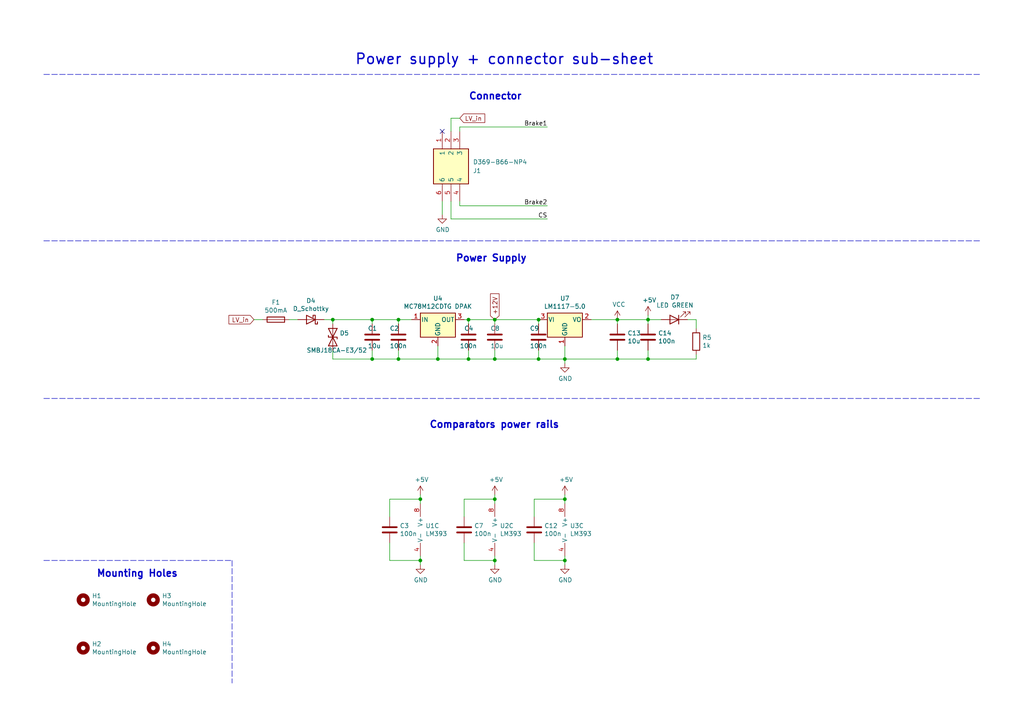
<source format=kicad_sch>
(kicad_sch (version 20230121) (generator eeschema)

  (uuid 183fdd04-d5b4-4d3d-b76f-fdf26fe07e64)

  (paper "A4")

  (lib_symbols
    (symbol "Comparator:LM393" (pin_names (offset 0.127)) (in_bom yes) (on_board yes)
      (property "Reference" "U" (at 3.81 3.81 0)
        (effects (font (size 1.27 1.27)))
      )
      (property "Value" "LM393" (at 6.35 -3.81 0)
        (effects (font (size 1.27 1.27)))
      )
      (property "Footprint" "" (at 0 0 0)
        (effects (font (size 1.27 1.27)) hide)
      )
      (property "Datasheet" "http://www.ti.com/lit/ds/symlink/lm393.pdf" (at 0 0 0)
        (effects (font (size 1.27 1.27)) hide)
      )
      (property "ki_locked" "" (at 0 0 0)
        (effects (font (size 1.27 1.27)))
      )
      (property "ki_keywords" "cmp open collector" (at 0 0 0)
        (effects (font (size 1.27 1.27)) hide)
      )
      (property "ki_description" "Low-Power, Low-Offset Voltage, Dual Comparators, DIP-8/SOIC-8/TO-99-8" (at 0 0 0)
        (effects (font (size 1.27 1.27)) hide)
      )
      (property "ki_fp_filters" "SOIC*3.9x4.9mm*P1.27mm* DIP*W7.62mm* SOP*5.28x5.23mm*P1.27mm* VSSOP*3.0x3.0mm*P0.65mm* TSSOP*4.4x3mm*P0.65mm*" (at 0 0 0)
        (effects (font (size 1.27 1.27)) hide)
      )
      (symbol "LM393_1_1"
        (polyline
          (pts
            (xy -5.08 5.08)
            (xy 5.08 0)
            (xy -5.08 -5.08)
            (xy -5.08 5.08)
          )
          (stroke (width 0.254) (type default))
          (fill (type background))
        )
        (polyline
          (pts
            (xy 3.302 -0.508)
            (xy 2.794 -0.508)
            (xy 3.302 0)
            (xy 2.794 0.508)
            (xy 2.286 0)
            (xy 2.794 -0.508)
            (xy 2.286 -0.508)
          )
          (stroke (width 0.127) (type default))
          (fill (type none))
        )
        (pin open_collector line (at 7.62 0 180) (length 2.54)
          (name "~" (effects (font (size 1.27 1.27))))
          (number "1" (effects (font (size 1.27 1.27))))
        )
        (pin input line (at -7.62 -2.54 0) (length 2.54)
          (name "-" (effects (font (size 1.27 1.27))))
          (number "2" (effects (font (size 1.27 1.27))))
        )
        (pin input line (at -7.62 2.54 0) (length 2.54)
          (name "+" (effects (font (size 1.27 1.27))))
          (number "3" (effects (font (size 1.27 1.27))))
        )
      )
      (symbol "LM393_2_1"
        (polyline
          (pts
            (xy -5.08 5.08)
            (xy 5.08 0)
            (xy -5.08 -5.08)
            (xy -5.08 5.08)
          )
          (stroke (width 0.254) (type default))
          (fill (type background))
        )
        (polyline
          (pts
            (xy 3.302 -0.508)
            (xy 2.794 -0.508)
            (xy 3.302 0)
            (xy 2.794 0.508)
            (xy 2.286 0)
            (xy 2.794 -0.508)
            (xy 2.286 -0.508)
          )
          (stroke (width 0.127) (type default))
          (fill (type none))
        )
        (pin input line (at -7.62 2.54 0) (length 2.54)
          (name "+" (effects (font (size 1.27 1.27))))
          (number "5" (effects (font (size 1.27 1.27))))
        )
        (pin input line (at -7.62 -2.54 0) (length 2.54)
          (name "-" (effects (font (size 1.27 1.27))))
          (number "6" (effects (font (size 1.27 1.27))))
        )
        (pin open_collector line (at 7.62 0 180) (length 2.54)
          (name "~" (effects (font (size 1.27 1.27))))
          (number "7" (effects (font (size 1.27 1.27))))
        )
      )
      (symbol "LM393_3_1"
        (pin power_in line (at -2.54 -7.62 90) (length 3.81)
          (name "V-" (effects (font (size 1.27 1.27))))
          (number "4" (effects (font (size 1.27 1.27))))
        )
        (pin power_in line (at -2.54 7.62 270) (length 3.81)
          (name "V+" (effects (font (size 1.27 1.27))))
          (number "8" (effects (font (size 1.27 1.27))))
        )
      )
    )
    (symbol "D369-B66-NP4:D369-B66-NP4" (in_bom yes) (on_board yes)
      (property "Reference" "J" (at 16.51 7.62 0)
        (effects (font (size 1.27 1.27)) (justify left top))
      )
      (property "Value" "D369-B66-NP4" (at 16.51 5.08 0)
        (effects (font (size 1.27 1.27)) (justify left top))
      )
      (property "Footprint" "D369B66NP4" (at 16.51 -94.92 0)
        (effects (font (size 1.27 1.27)) (justify left top) hide)
      )
      (property "Datasheet" "https://www.te.com/commerce/DocumentDelivery/DDEController?Action=showdoc&DocId=Customer+Drawing%7FD612229-6P-ENV%7FAD%7Fpdf%7FEnglish%7FENG_CD_D612229-6P-ENV_AD.pdf%7FYD369-B66-NP400000" (at 16.51 -194.92 0)
        (effects (font (size 1.27 1.27)) (justify left top) hide)
      )
      (property "Height" "14.2" (at 16.51 -394.92 0)
        (effects (font (size 1.27 1.27)) (justify left top) hide)
      )
      (property "Mouser Part Number" "571-D369-B66-NP4" (at 16.51 -494.92 0)
        (effects (font (size 1.27 1.27)) (justify left top) hide)
      )
      (property "Mouser Price/Stock" "https://www.mouser.co.uk/ProductDetail/TE-Connectivity-DEUTSCH/D369-B66-NP4?qs=5aG0NVq1C4xhhVKHroTvyw%3D%3D" (at 16.51 -594.92 0)
        (effects (font (size 1.27 1.27)) (justify left top) hide)
      )
      (property "Manufacturer_Name" "TE Connectivity" (at 16.51 -694.92 0)
        (effects (font (size 1.27 1.27)) (justify left top) hide)
      )
      (property "Manufacturer_Part_Number" "D369-B66-NP4" (at 16.51 -794.92 0)
        (effects (font (size 1.27 1.27)) (justify left top) hide)
      )
      (property "ki_description" "Rectangular MIL Spec Connectors 369 Panel PCB RCPT 6-Way, N-Key, Pin" (at 0 0 0)
        (effects (font (size 1.27 1.27)) hide)
      )
      (symbol "D369-B66-NP4_1_1"
        (rectangle (start 5.08 2.54) (end 15.24 -7.62)
          (stroke (width 0.254) (type default))
          (fill (type background))
        )
        (pin passive line (at 0 -5.08 0) (length 5.08)
          (name "1" (effects (font (size 1.27 1.27))))
          (number "1" (effects (font (size 1.27 1.27))))
        )
        (pin passive line (at 0 -2.54 0) (length 5.08)
          (name "2" (effects (font (size 1.27 1.27))))
          (number "2" (effects (font (size 1.27 1.27))))
        )
        (pin passive line (at 0 0 0) (length 5.08)
          (name "3" (effects (font (size 1.27 1.27))))
          (number "3" (effects (font (size 1.27 1.27))))
        )
        (pin passive line (at 20.32 0 180) (length 5.08)
          (name "4" (effects (font (size 1.27 1.27))))
          (number "4" (effects (font (size 1.27 1.27))))
        )
        (pin passive line (at 20.32 -2.54 180) (length 5.08)
          (name "5" (effects (font (size 1.27 1.27))))
          (number "5" (effects (font (size 1.27 1.27))))
        )
        (pin passive line (at 20.32 -5.08 180) (length 5.08)
          (name "6" (effects (font (size 1.27 1.27))))
          (number "6" (effects (font (size 1.27 1.27))))
        )
      )
    )
    (symbol "Device:C" (pin_numbers hide) (pin_names (offset 0.254)) (in_bom yes) (on_board yes)
      (property "Reference" "C" (at 0.635 2.54 0)
        (effects (font (size 1.27 1.27)) (justify left))
      )
      (property "Value" "C" (at 0.635 -2.54 0)
        (effects (font (size 1.27 1.27)) (justify left))
      )
      (property "Footprint" "" (at 0.9652 -3.81 0)
        (effects (font (size 1.27 1.27)) hide)
      )
      (property "Datasheet" "~" (at 0 0 0)
        (effects (font (size 1.27 1.27)) hide)
      )
      (property "ki_keywords" "cap capacitor" (at 0 0 0)
        (effects (font (size 1.27 1.27)) hide)
      )
      (property "ki_description" "Unpolarized capacitor" (at 0 0 0)
        (effects (font (size 1.27 1.27)) hide)
      )
      (property "ki_fp_filters" "C_*" (at 0 0 0)
        (effects (font (size 1.27 1.27)) hide)
      )
      (symbol "C_0_1"
        (polyline
          (pts
            (xy -2.032 -0.762)
            (xy 2.032 -0.762)
          )
          (stroke (width 0.508) (type default))
          (fill (type none))
        )
        (polyline
          (pts
            (xy -2.032 0.762)
            (xy 2.032 0.762)
          )
          (stroke (width 0.508) (type default))
          (fill (type none))
        )
      )
      (symbol "C_1_1"
        (pin passive line (at 0 3.81 270) (length 2.794)
          (name "~" (effects (font (size 1.27 1.27))))
          (number "1" (effects (font (size 1.27 1.27))))
        )
        (pin passive line (at 0 -3.81 90) (length 2.794)
          (name "~" (effects (font (size 1.27 1.27))))
          (number "2" (effects (font (size 1.27 1.27))))
        )
      )
    )
    (symbol "Device:D_Schottky" (pin_numbers hide) (pin_names (offset 1.016) hide) (in_bom yes) (on_board yes)
      (property "Reference" "D" (at 0 2.54 0)
        (effects (font (size 1.27 1.27)))
      )
      (property "Value" "D_Schottky" (at 0 -2.54 0)
        (effects (font (size 1.27 1.27)))
      )
      (property "Footprint" "" (at 0 0 0)
        (effects (font (size 1.27 1.27)) hide)
      )
      (property "Datasheet" "~" (at 0 0 0)
        (effects (font (size 1.27 1.27)) hide)
      )
      (property "ki_keywords" "diode Schottky" (at 0 0 0)
        (effects (font (size 1.27 1.27)) hide)
      )
      (property "ki_description" "Schottky diode" (at 0 0 0)
        (effects (font (size 1.27 1.27)) hide)
      )
      (property "ki_fp_filters" "TO-???* *_Diode_* *SingleDiode* D_*" (at 0 0 0)
        (effects (font (size 1.27 1.27)) hide)
      )
      (symbol "D_Schottky_0_1"
        (polyline
          (pts
            (xy 1.27 0)
            (xy -1.27 0)
          )
          (stroke (width 0) (type default))
          (fill (type none))
        )
        (polyline
          (pts
            (xy 1.27 1.27)
            (xy 1.27 -1.27)
            (xy -1.27 0)
            (xy 1.27 1.27)
          )
          (stroke (width 0.254) (type default))
          (fill (type none))
        )
        (polyline
          (pts
            (xy -1.905 0.635)
            (xy -1.905 1.27)
            (xy -1.27 1.27)
            (xy -1.27 -1.27)
            (xy -0.635 -1.27)
            (xy -0.635 -0.635)
          )
          (stroke (width 0.254) (type default))
          (fill (type none))
        )
      )
      (symbol "D_Schottky_1_1"
        (pin passive line (at -3.81 0 0) (length 2.54)
          (name "K" (effects (font (size 1.27 1.27))))
          (number "1" (effects (font (size 1.27 1.27))))
        )
        (pin passive line (at 3.81 0 180) (length 2.54)
          (name "A" (effects (font (size 1.27 1.27))))
          (number "2" (effects (font (size 1.27 1.27))))
        )
      )
    )
    (symbol "Device:D_TVS" (pin_numbers hide) (pin_names (offset 1.016) hide) (in_bom yes) (on_board yes)
      (property "Reference" "D" (at 0 2.54 0)
        (effects (font (size 1.27 1.27)))
      )
      (property "Value" "D_TVS" (at 0 -2.54 0)
        (effects (font (size 1.27 1.27)))
      )
      (property "Footprint" "" (at 0 0 0)
        (effects (font (size 1.27 1.27)) hide)
      )
      (property "Datasheet" "~" (at 0 0 0)
        (effects (font (size 1.27 1.27)) hide)
      )
      (property "ki_keywords" "diode TVS thyrector" (at 0 0 0)
        (effects (font (size 1.27 1.27)) hide)
      )
      (property "ki_description" "Bidirectional transient-voltage-suppression diode" (at 0 0 0)
        (effects (font (size 1.27 1.27)) hide)
      )
      (property "ki_fp_filters" "TO-???* *_Diode_* *SingleDiode* D_*" (at 0 0 0)
        (effects (font (size 1.27 1.27)) hide)
      )
      (symbol "D_TVS_0_1"
        (polyline
          (pts
            (xy 1.27 0)
            (xy -1.27 0)
          )
          (stroke (width 0) (type default))
          (fill (type none))
        )
        (polyline
          (pts
            (xy 0.508 1.27)
            (xy 0 1.27)
            (xy 0 -1.27)
            (xy -0.508 -1.27)
          )
          (stroke (width 0.254) (type default))
          (fill (type none))
        )
        (polyline
          (pts
            (xy -2.54 1.27)
            (xy -2.54 -1.27)
            (xy 2.54 1.27)
            (xy 2.54 -1.27)
            (xy -2.54 1.27)
          )
          (stroke (width 0.254) (type default))
          (fill (type none))
        )
      )
      (symbol "D_TVS_1_1"
        (pin passive line (at -3.81 0 0) (length 2.54)
          (name "A1" (effects (font (size 1.27 1.27))))
          (number "1" (effects (font (size 1.27 1.27))))
        )
        (pin passive line (at 3.81 0 180) (length 2.54)
          (name "A2" (effects (font (size 1.27 1.27))))
          (number "2" (effects (font (size 1.27 1.27))))
        )
      )
    )
    (symbol "Device:Fuse" (pin_numbers hide) (pin_names (offset 0)) (in_bom yes) (on_board yes)
      (property "Reference" "F" (at 2.032 0 90)
        (effects (font (size 1.27 1.27)))
      )
      (property "Value" "Fuse" (at -1.905 0 90)
        (effects (font (size 1.27 1.27)))
      )
      (property "Footprint" "" (at -1.778 0 90)
        (effects (font (size 1.27 1.27)) hide)
      )
      (property "Datasheet" "~" (at 0 0 0)
        (effects (font (size 1.27 1.27)) hide)
      )
      (property "ki_keywords" "fuse" (at 0 0 0)
        (effects (font (size 1.27 1.27)) hide)
      )
      (property "ki_description" "Fuse" (at 0 0 0)
        (effects (font (size 1.27 1.27)) hide)
      )
      (property "ki_fp_filters" "*Fuse*" (at 0 0 0)
        (effects (font (size 1.27 1.27)) hide)
      )
      (symbol "Fuse_0_1"
        (rectangle (start -0.762 -2.54) (end 0.762 2.54)
          (stroke (width 0.254) (type default))
          (fill (type none))
        )
        (polyline
          (pts
            (xy 0 2.54)
            (xy 0 -2.54)
          )
          (stroke (width 0) (type default))
          (fill (type none))
        )
      )
      (symbol "Fuse_1_1"
        (pin passive line (at 0 3.81 270) (length 1.27)
          (name "~" (effects (font (size 1.27 1.27))))
          (number "1" (effects (font (size 1.27 1.27))))
        )
        (pin passive line (at 0 -3.81 90) (length 1.27)
          (name "~" (effects (font (size 1.27 1.27))))
          (number "2" (effects (font (size 1.27 1.27))))
        )
      )
    )
    (symbol "Device:LED" (pin_numbers hide) (pin_names (offset 1.016) hide) (in_bom yes) (on_board yes)
      (property "Reference" "D" (at 0 2.54 0)
        (effects (font (size 1.27 1.27)))
      )
      (property "Value" "LED" (at 0 -2.54 0)
        (effects (font (size 1.27 1.27)))
      )
      (property "Footprint" "" (at 0 0 0)
        (effects (font (size 1.27 1.27)) hide)
      )
      (property "Datasheet" "~" (at 0 0 0)
        (effects (font (size 1.27 1.27)) hide)
      )
      (property "ki_keywords" "LED diode" (at 0 0 0)
        (effects (font (size 1.27 1.27)) hide)
      )
      (property "ki_description" "Light emitting diode" (at 0 0 0)
        (effects (font (size 1.27 1.27)) hide)
      )
      (property "ki_fp_filters" "LED* LED_SMD:* LED_THT:*" (at 0 0 0)
        (effects (font (size 1.27 1.27)) hide)
      )
      (symbol "LED_0_1"
        (polyline
          (pts
            (xy -1.27 -1.27)
            (xy -1.27 1.27)
          )
          (stroke (width 0.254) (type default))
          (fill (type none))
        )
        (polyline
          (pts
            (xy -1.27 0)
            (xy 1.27 0)
          )
          (stroke (width 0) (type default))
          (fill (type none))
        )
        (polyline
          (pts
            (xy 1.27 -1.27)
            (xy 1.27 1.27)
            (xy -1.27 0)
            (xy 1.27 -1.27)
          )
          (stroke (width 0.254) (type default))
          (fill (type none))
        )
        (polyline
          (pts
            (xy -3.048 -0.762)
            (xy -4.572 -2.286)
            (xy -3.81 -2.286)
            (xy -4.572 -2.286)
            (xy -4.572 -1.524)
          )
          (stroke (width 0) (type default))
          (fill (type none))
        )
        (polyline
          (pts
            (xy -1.778 -0.762)
            (xy -3.302 -2.286)
            (xy -2.54 -2.286)
            (xy -3.302 -2.286)
            (xy -3.302 -1.524)
          )
          (stroke (width 0) (type default))
          (fill (type none))
        )
      )
      (symbol "LED_1_1"
        (pin passive line (at -3.81 0 0) (length 2.54)
          (name "K" (effects (font (size 1.27 1.27))))
          (number "1" (effects (font (size 1.27 1.27))))
        )
        (pin passive line (at 3.81 0 180) (length 2.54)
          (name "A" (effects (font (size 1.27 1.27))))
          (number "2" (effects (font (size 1.27 1.27))))
        )
      )
    )
    (symbol "Device:R" (pin_numbers hide) (pin_names (offset 0)) (in_bom yes) (on_board yes)
      (property "Reference" "R" (at 2.032 0 90)
        (effects (font (size 1.27 1.27)))
      )
      (property "Value" "R" (at 0 0 90)
        (effects (font (size 1.27 1.27)))
      )
      (property "Footprint" "" (at -1.778 0 90)
        (effects (font (size 1.27 1.27)) hide)
      )
      (property "Datasheet" "~" (at 0 0 0)
        (effects (font (size 1.27 1.27)) hide)
      )
      (property "ki_keywords" "R res resistor" (at 0 0 0)
        (effects (font (size 1.27 1.27)) hide)
      )
      (property "ki_description" "Resistor" (at 0 0 0)
        (effects (font (size 1.27 1.27)) hide)
      )
      (property "ki_fp_filters" "R_*" (at 0 0 0)
        (effects (font (size 1.27 1.27)) hide)
      )
      (symbol "R_0_1"
        (rectangle (start -1.016 -2.54) (end 1.016 2.54)
          (stroke (width 0.254) (type default))
          (fill (type none))
        )
      )
      (symbol "R_1_1"
        (pin passive line (at 0 3.81 270) (length 1.27)
          (name "~" (effects (font (size 1.27 1.27))))
          (number "1" (effects (font (size 1.27 1.27))))
        )
        (pin passive line (at 0 -3.81 90) (length 1.27)
          (name "~" (effects (font (size 1.27 1.27))))
          (number "2" (effects (font (size 1.27 1.27))))
        )
      )
    )
    (symbol "Mechanical:MountingHole" (pin_names (offset 1.016)) (in_bom yes) (on_board yes)
      (property "Reference" "H" (at 0 5.08 0)
        (effects (font (size 1.27 1.27)))
      )
      (property "Value" "MountingHole" (at 0 3.175 0)
        (effects (font (size 1.27 1.27)))
      )
      (property "Footprint" "" (at 0 0 0)
        (effects (font (size 1.27 1.27)) hide)
      )
      (property "Datasheet" "~" (at 0 0 0)
        (effects (font (size 1.27 1.27)) hide)
      )
      (property "ki_keywords" "mounting hole" (at 0 0 0)
        (effects (font (size 1.27 1.27)) hide)
      )
      (property "ki_description" "Mounting Hole without connection" (at 0 0 0)
        (effects (font (size 1.27 1.27)) hide)
      )
      (property "ki_fp_filters" "MountingHole*" (at 0 0 0)
        (effects (font (size 1.27 1.27)) hide)
      )
      (symbol "MountingHole_0_1"
        (circle (center 0 0) (radius 1.27)
          (stroke (width 1.27) (type default))
          (fill (type none))
        )
      )
    )
    (symbol "Regulator_Linear:L7812" (pin_names (offset 0.254)) (in_bom yes) (on_board yes)
      (property "Reference" "U" (at -3.81 3.175 0)
        (effects (font (size 1.27 1.27)))
      )
      (property "Value" "L7812" (at 0 3.175 0)
        (effects (font (size 1.27 1.27)) (justify left))
      )
      (property "Footprint" "" (at 0.635 -3.81 0)
        (effects (font (size 1.27 1.27) italic) (justify left) hide)
      )
      (property "Datasheet" "http://www.st.com/content/ccc/resource/technical/document/datasheet/41/4f/b3/b0/12/d4/47/88/CD00000444.pdf/files/CD00000444.pdf/jcr:content/translations/en.CD00000444.pdf" (at 0 -1.27 0)
        (effects (font (size 1.27 1.27)) hide)
      )
      (property "ki_keywords" "Voltage Regulator 1.5A Positive" (at 0 0 0)
        (effects (font (size 1.27 1.27)) hide)
      )
      (property "ki_description" "Positive 1.5A 35V Linear Regulator, Fixed Output 12V, TO-220/TO-263/TO-252" (at 0 0 0)
        (effects (font (size 1.27 1.27)) hide)
      )
      (property "ki_fp_filters" "TO?252* TO?263* TO?220*" (at 0 0 0)
        (effects (font (size 1.27 1.27)) hide)
      )
      (symbol "L7812_0_1"
        (rectangle (start -5.08 1.905) (end 5.08 -5.08)
          (stroke (width 0.254) (type default))
          (fill (type background))
        )
      )
      (symbol "L7812_1_1"
        (pin power_in line (at -7.62 0 0) (length 2.54)
          (name "IN" (effects (font (size 1.27 1.27))))
          (number "1" (effects (font (size 1.27 1.27))))
        )
        (pin power_in line (at 0 -7.62 90) (length 2.54)
          (name "GND" (effects (font (size 1.27 1.27))))
          (number "2" (effects (font (size 1.27 1.27))))
        )
        (pin power_out line (at 7.62 0 180) (length 2.54)
          (name "OUT" (effects (font (size 1.27 1.27))))
          (number "3" (effects (font (size 1.27 1.27))))
        )
      )
    )
    (symbol "Regulator_Linear:LM1117-5.0" (pin_names (offset 0.254)) (in_bom yes) (on_board yes)
      (property "Reference" "U" (at -3.81 3.175 0)
        (effects (font (size 1.27 1.27)))
      )
      (property "Value" "Regulator_Linear_LM1117-5.0" (at 0 3.175 0)
        (effects (font (size 1.27 1.27)) (justify left))
      )
      (property "Footprint" "" (at 0 0 0)
        (effects (font (size 1.27 1.27)) hide)
      )
      (property "Datasheet" "" (at 0 0 0)
        (effects (font (size 1.27 1.27)) hide)
      )
      (property "ki_fp_filters" "SOT?223* TO?263* TO?252* TO?220*" (at 0 0 0)
        (effects (font (size 1.27 1.27)) hide)
      )
      (symbol "LM1117-5.0_0_1"
        (rectangle (start -5.08 -5.08) (end 5.08 1.905)
          (stroke (width 0.254) (type solid))
          (fill (type background))
        )
      )
      (symbol "LM1117-5.0_1_1"
        (pin power_in line (at 0 -7.62 90) (length 2.54)
          (name "GND" (effects (font (size 1.27 1.27))))
          (number "1" (effects (font (size 1.27 1.27))))
        )
        (pin power_out line (at 7.62 0 180) (length 2.54)
          (name "VO" (effects (font (size 1.27 1.27))))
          (number "2" (effects (font (size 1.27 1.27))))
        )
        (pin power_in line (at -7.62 0 0) (length 2.54)
          (name "VI" (effects (font (size 1.27 1.27))))
          (number "3" (effects (font (size 1.27 1.27))))
        )
      )
    )
    (symbol "power:+5V" (power) (pin_names (offset 0)) (in_bom yes) (on_board yes)
      (property "Reference" "#PWR" (at 0 -3.81 0)
        (effects (font (size 1.27 1.27)) hide)
      )
      (property "Value" "+5V" (at 0 3.556 0)
        (effects (font (size 1.27 1.27)))
      )
      (property "Footprint" "" (at 0 0 0)
        (effects (font (size 1.27 1.27)) hide)
      )
      (property "Datasheet" "" (at 0 0 0)
        (effects (font (size 1.27 1.27)) hide)
      )
      (property "ki_keywords" "global power" (at 0 0 0)
        (effects (font (size 1.27 1.27)) hide)
      )
      (property "ki_description" "Power symbol creates a global label with name \"+5V\"" (at 0 0 0)
        (effects (font (size 1.27 1.27)) hide)
      )
      (symbol "+5V_0_1"
        (polyline
          (pts
            (xy -0.762 1.27)
            (xy 0 2.54)
          )
          (stroke (width 0) (type default))
          (fill (type none))
        )
        (polyline
          (pts
            (xy 0 0)
            (xy 0 2.54)
          )
          (stroke (width 0) (type default))
          (fill (type none))
        )
        (polyline
          (pts
            (xy 0 2.54)
            (xy 0.762 1.27)
          )
          (stroke (width 0) (type default))
          (fill (type none))
        )
      )
      (symbol "+5V_1_1"
        (pin power_in line (at 0 0 90) (length 0) hide
          (name "+5V" (effects (font (size 1.27 1.27))))
          (number "1" (effects (font (size 1.27 1.27))))
        )
      )
    )
    (symbol "power:GND" (power) (pin_names (offset 0)) (in_bom yes) (on_board yes)
      (property "Reference" "#PWR" (at 0 -6.35 0)
        (effects (font (size 1.27 1.27)) hide)
      )
      (property "Value" "GND" (at 0 -3.81 0)
        (effects (font (size 1.27 1.27)))
      )
      (property "Footprint" "" (at 0 0 0)
        (effects (font (size 1.27 1.27)) hide)
      )
      (property "Datasheet" "" (at 0 0 0)
        (effects (font (size 1.27 1.27)) hide)
      )
      (property "ki_keywords" "global power" (at 0 0 0)
        (effects (font (size 1.27 1.27)) hide)
      )
      (property "ki_description" "Power symbol creates a global label with name \"GND\" , ground" (at 0 0 0)
        (effects (font (size 1.27 1.27)) hide)
      )
      (symbol "GND_0_1"
        (polyline
          (pts
            (xy 0 0)
            (xy 0 -1.27)
            (xy 1.27 -1.27)
            (xy 0 -2.54)
            (xy -1.27 -1.27)
            (xy 0 -1.27)
          )
          (stroke (width 0) (type default))
          (fill (type none))
        )
      )
      (symbol "GND_1_1"
        (pin power_in line (at 0 0 270) (length 0) hide
          (name "GND" (effects (font (size 1.27 1.27))))
          (number "1" (effects (font (size 1.27 1.27))))
        )
      )
    )
    (symbol "power:VCC" (power) (pin_names (offset 0)) (in_bom yes) (on_board yes)
      (property "Reference" "#PWR" (at 0 -3.81 0)
        (effects (font (size 1.27 1.27)) hide)
      )
      (property "Value" "VCC" (at 0 3.81 0)
        (effects (font (size 1.27 1.27)))
      )
      (property "Footprint" "" (at 0 0 0)
        (effects (font (size 1.27 1.27)) hide)
      )
      (property "Datasheet" "" (at 0 0 0)
        (effects (font (size 1.27 1.27)) hide)
      )
      (property "ki_keywords" "global power" (at 0 0 0)
        (effects (font (size 1.27 1.27)) hide)
      )
      (property "ki_description" "Power symbol creates a global label with name \"VCC\"" (at 0 0 0)
        (effects (font (size 1.27 1.27)) hide)
      )
      (symbol "VCC_0_1"
        (polyline
          (pts
            (xy -0.762 1.27)
            (xy 0 2.54)
          )
          (stroke (width 0) (type default))
          (fill (type none))
        )
        (polyline
          (pts
            (xy 0 0)
            (xy 0 2.54)
          )
          (stroke (width 0) (type default))
          (fill (type none))
        )
        (polyline
          (pts
            (xy 0 2.54)
            (xy 0.762 1.27)
          )
          (stroke (width 0) (type default))
          (fill (type none))
        )
      )
      (symbol "VCC_1_1"
        (pin power_in line (at 0 0 90) (length 0) hide
          (name "VCC" (effects (font (size 1.27 1.27))))
          (number "1" (effects (font (size 1.27 1.27))))
        )
      )
    )
  )

  (junction (at 143.51 162.56) (diameter 0) (color 0 0 0 0)
    (uuid 0d97167e-2481-48a4-b389-8882f0b58451)
  )
  (junction (at 163.83 144.78) (diameter 0) (color 0 0 0 0)
    (uuid 1eb43d7c-0cbb-4fc4-bb11-9e56a72fd320)
  )
  (junction (at 127 104.14) (diameter 0) (color 0 0 0 0)
    (uuid 20a0c38e-36d1-4310-8519-3be36f016f53)
  )
  (junction (at 143.51 104.14) (diameter 0) (color 0 0 0 0)
    (uuid 2d488a32-9bf7-4159-9a02-f06fce5149ff)
  )
  (junction (at 115.57 92.71) (diameter 0) (color 0 0 0 0)
    (uuid 3916c1e6-74f9-4057-a293-63f3fcefb58f)
  )
  (junction (at 143.51 144.78) (diameter 0) (color 0 0 0 0)
    (uuid 471644d9-7fda-414e-8576-f94cd8267674)
  )
  (junction (at 187.96 104.14) (diameter 0) (color 0 0 0 0)
    (uuid 498cd3f5-9897-4b28-9d66-4118a544d002)
  )
  (junction (at 143.51 92.71) (diameter 0) (color 0 0 0 0)
    (uuid 4ada1283-8b58-4f66-93c1-03d64ee3c33a)
  )
  (junction (at 107.95 104.14) (diameter 0) (color 0 0 0 0)
    (uuid 5ae05207-6441-44da-8846-6e999db8c04f)
  )
  (junction (at 187.96 92.71) (diameter 0) (color 0 0 0 0)
    (uuid 5bb4bdca-22c8-43b3-a29e-3897b6e072a8)
  )
  (junction (at 163.83 104.14) (diameter 0) (color 0 0 0 0)
    (uuid 6296b5fa-6c5a-4fbc-8d6b-7dbcd573be59)
  )
  (junction (at 179.07 92.71) (diameter 0) (color 0 0 0 0)
    (uuid 6da9710b-4659-4918-a93e-d43830219deb)
  )
  (junction (at 179.07 104.14) (diameter 0) (color 0 0 0 0)
    (uuid 70926c3f-f682-4ed6-a8af-34049e156a71)
  )
  (junction (at 156.21 104.14) (diameter 0) (color 0 0 0 0)
    (uuid 867b25c3-8983-4f36-92a6-bc8b177dacdb)
  )
  (junction (at 135.89 104.14) (diameter 0) (color 0 0 0 0)
    (uuid 8ccf8bfc-4a5f-4716-98d2-c33be3c0d04c)
  )
  (junction (at 96.52 92.71) (diameter 0) (color 0 0 0 0)
    (uuid 94e91db6-d7e2-46c0-a172-7b8785762576)
  )
  (junction (at 121.92 162.56) (diameter 0) (color 0 0 0 0)
    (uuid 957dcf59-f2ec-4ffc-ae98-36b8dae13786)
  )
  (junction (at 156.21 92.71) (diameter 0) (color 0 0 0 0)
    (uuid 9f8c3b64-1bb4-4bf0-b1a2-65999628960d)
  )
  (junction (at 163.83 162.56) (diameter 0) (color 0 0 0 0)
    (uuid aecfdcb1-b505-48e6-8d64-be7dc38514eb)
  )
  (junction (at 135.89 92.71) (diameter 0) (color 0 0 0 0)
    (uuid b611f98e-e5ad-43b5-ba83-3c52a14eb20e)
  )
  (junction (at 115.57 104.14) (diameter 0) (color 0 0 0 0)
    (uuid c42bd5df-6c17-4750-a602-c972d9f24b43)
  )
  (junction (at 107.95 92.71) (diameter 0) (color 0 0 0 0)
    (uuid d93a11e3-6fcd-4b68-acdf-2a33eab068d4)
  )
  (junction (at 121.92 144.78) (diameter 0) (color 0 0 0 0)
    (uuid fa5b521e-c5ba-462f-b833-14d1ef27343d)
  )

  (no_connect (at 128.27 38.1) (uuid cd33959d-645b-4fff-acf1-e0bbe3ea0fd2))

  (polyline (pts (xy 67.31 162.56) (xy 67.31 198.12))
    (stroke (width 0) (type dash))
    (uuid 01602623-2327-49e1-9873-9abe4e032cc5)
  )

  (wire (pts (xy 154.94 157.48) (xy 154.94 162.56))
    (stroke (width 0) (type default))
    (uuid 027f7aee-1f2c-46c4-a57c-42477dd20dbf)
  )
  (wire (pts (xy 130.81 34.29) (xy 130.81 38.1))
    (stroke (width 0) (type default))
    (uuid 02997203-1178-4c39-88e5-c2ee3fd6ead2)
  )
  (wire (pts (xy 163.83 104.14) (xy 163.83 100.33))
    (stroke (width 0) (type default))
    (uuid 0e048f92-829d-4a3c-a4b2-a877d43e9047)
  )
  (wire (pts (xy 143.51 104.14) (xy 156.21 104.14))
    (stroke (width 0) (type default))
    (uuid 0e1d8ccb-6fe4-44f2-b184-9f669577fa21)
  )
  (wire (pts (xy 156.21 104.14) (xy 163.83 104.14))
    (stroke (width 0) (type default))
    (uuid 0e870ed7-7bc4-468e-a67b-263d9f334e4d)
  )
  (wire (pts (xy 201.93 104.14) (xy 187.96 104.14))
    (stroke (width 0) (type default))
    (uuid 10ef0a2a-5d6f-4505-9192-18e74b4f4f35)
  )
  (wire (pts (xy 135.89 104.14) (xy 143.51 104.14))
    (stroke (width 0) (type default))
    (uuid 11c6e968-66b6-43e4-b1bf-6135a4a1d914)
  )
  (wire (pts (xy 130.81 58.42) (xy 130.81 63.5))
    (stroke (width 0) (type default))
    (uuid 124cfb7d-c9fa-44fc-aa14-96727792f4e2)
  )
  (wire (pts (xy 130.81 34.29) (xy 133.35 34.29))
    (stroke (width 0) (type default))
    (uuid 1262d300-ef30-480a-9866-9ba56f64bb88)
  )
  (wire (pts (xy 163.83 143.51) (xy 163.83 144.78))
    (stroke (width 0) (type default))
    (uuid 132dbc9e-6040-40fd-9078-8c274dab6c61)
  )
  (wire (pts (xy 134.62 92.71) (xy 135.89 92.71))
    (stroke (width 0) (type default))
    (uuid 15ce65d8-20bd-445f-b0ba-fe253169ec7e)
  )
  (wire (pts (xy 187.96 92.71) (xy 187.96 91.44))
    (stroke (width 0) (type default))
    (uuid 1e858feb-d863-456f-97f8-bac513a39205)
  )
  (wire (pts (xy 113.03 144.78) (xy 113.03 149.86))
    (stroke (width 0) (type default))
    (uuid 23651c13-cbd1-4c6e-9ebd-75e6ef1bf8f3)
  )
  (wire (pts (xy 156.21 101.6) (xy 156.21 104.14))
    (stroke (width 0) (type default))
    (uuid 2391c6bb-9879-470c-a671-3b3de9628244)
  )
  (wire (pts (xy 135.89 93.98) (xy 135.89 92.71))
    (stroke (width 0) (type default))
    (uuid 28d630e6-adda-4539-a879-fd7646bc1f19)
  )
  (wire (pts (xy 163.83 104.14) (xy 179.07 104.14))
    (stroke (width 0) (type default))
    (uuid 2aa39f8e-4599-4115-8f9e-dd5834593204)
  )
  (wire (pts (xy 187.96 104.14) (xy 187.96 101.6))
    (stroke (width 0) (type default))
    (uuid 2bd033e1-5395-4420-a7bd-f0a67443a8cc)
  )
  (wire (pts (xy 133.35 58.42) (xy 133.35 59.69))
    (stroke (width 0) (type default))
    (uuid 3298a70a-f569-410d-9943-34a22a4dcd03)
  )
  (wire (pts (xy 143.51 101.6) (xy 143.51 104.14))
    (stroke (width 0) (type default))
    (uuid 3480aecf-b26b-43d1-bf18-9d92fc66da8f)
  )
  (wire (pts (xy 121.92 162.56) (xy 121.92 161.29))
    (stroke (width 0) (type default))
    (uuid 3667649f-04ce-4f79-b59b-82b0827d34c5)
  )
  (wire (pts (xy 115.57 104.14) (xy 127 104.14))
    (stroke (width 0) (type default))
    (uuid 36f37956-d1c2-46dc-b280-f5f9ddce78b6)
  )
  (wire (pts (xy 179.07 92.71) (xy 187.96 92.71))
    (stroke (width 0) (type default))
    (uuid 40a8adaa-0afc-4c6b-abca-0259dacd81b3)
  )
  (wire (pts (xy 143.51 143.51) (xy 143.51 144.78))
    (stroke (width 0) (type default))
    (uuid 450cbd0c-7234-4758-af26-712e8dd324c8)
  )
  (wire (pts (xy 130.81 63.5) (xy 158.75 63.5))
    (stroke (width 0) (type default))
    (uuid 48293c8a-f414-4de6-a351-50a9c73aaf7f)
  )
  (wire (pts (xy 107.95 101.6) (xy 107.95 104.14))
    (stroke (width 0) (type default))
    (uuid 561eac66-e3dc-4278-967a-29248f0142d3)
  )
  (wire (pts (xy 121.92 143.51) (xy 121.92 144.78))
    (stroke (width 0) (type default))
    (uuid 56a1b9b0-8bd0-4dd7-b763-e24233f524c3)
  )
  (polyline (pts (xy 12.7 69.85) (xy 284.48 69.85))
    (stroke (width 0) (type dash))
    (uuid 57e5d307-eb52-4a4f-ba4f-7b9828cb2c60)
  )

  (wire (pts (xy 143.51 93.98) (xy 143.51 92.71))
    (stroke (width 0) (type default))
    (uuid 58a88368-c265-40fe-9792-50c632b380ff)
  )
  (wire (pts (xy 179.07 93.98) (xy 179.07 92.71))
    (stroke (width 0) (type default))
    (uuid 613368a4-db5c-42f6-91c3-d270530ef4a4)
  )
  (wire (pts (xy 179.07 104.14) (xy 187.96 104.14))
    (stroke (width 0) (type default))
    (uuid 628bf6cd-261d-4c73-95ca-bb603b6ad48b)
  )
  (wire (pts (xy 179.07 101.6) (xy 179.07 104.14))
    (stroke (width 0) (type default))
    (uuid 66bff56a-a4d4-40f9-8bcc-b8a8f7db03e7)
  )
  (wire (pts (xy 154.94 144.78) (xy 154.94 149.86))
    (stroke (width 0) (type default))
    (uuid 6919b349-88a7-4f7c-8174-d819ebd89477)
  )
  (wire (pts (xy 163.83 144.78) (xy 154.94 144.78))
    (stroke (width 0) (type default))
    (uuid 692f3a30-9881-4795-80c9-dde22b6f7286)
  )
  (wire (pts (xy 96.52 92.71) (xy 107.95 92.71))
    (stroke (width 0) (type default))
    (uuid 69a28a41-0339-4077-a432-5621b16f4187)
  )
  (wire (pts (xy 107.95 92.71) (xy 115.57 92.71))
    (stroke (width 0) (type default))
    (uuid 69efec52-e69b-411c-84eb-3471927c4788)
  )
  (wire (pts (xy 156.21 93.98) (xy 156.21 92.71))
    (stroke (width 0) (type default))
    (uuid 6add6336-8960-49de-9e87-39834aae6f12)
  )
  (wire (pts (xy 163.83 162.56) (xy 163.83 161.29))
    (stroke (width 0) (type default))
    (uuid 6b432366-ea19-4b32-a17f-3d589ff175ab)
  )
  (wire (pts (xy 143.51 162.56) (xy 143.51 161.29))
    (stroke (width 0) (type default))
    (uuid 6d91db68-7341-4d58-bf20-cd84b77a6ea8)
  )
  (wire (pts (xy 127 104.14) (xy 135.89 104.14))
    (stroke (width 0) (type default))
    (uuid 7a4332f8-c0e2-4aa5-8a4c-b41dbce94894)
  )
  (wire (pts (xy 133.35 38.1) (xy 133.35 36.83))
    (stroke (width 0) (type default))
    (uuid 7c5021e6-aa02-48d1-86ae-9d44c0458787)
  )
  (wire (pts (xy 143.51 144.78) (xy 134.62 144.78))
    (stroke (width 0) (type default))
    (uuid 7d39dc05-9663-40d5-b496-dd5925a0cf1e)
  )
  (wire (pts (xy 163.83 163.83) (xy 163.83 162.56))
    (stroke (width 0) (type default))
    (uuid 7f2c00d5-b661-4c16-9a0f-39192746af3e)
  )
  (wire (pts (xy 133.35 36.83) (xy 158.75 36.83))
    (stroke (width 0) (type default))
    (uuid 7f2ea230-56ee-42e8-ac07-2dffec8b7157)
  )
  (wire (pts (xy 121.92 144.78) (xy 121.92 146.05))
    (stroke (width 0) (type default))
    (uuid 8045a828-3683-4db5-8d75-68c6ee9a22c8)
  )
  (wire (pts (xy 121.92 163.83) (xy 121.92 162.56))
    (stroke (width 0) (type default))
    (uuid 81e17805-2fa1-45ea-88a3-5d6d68504b07)
  )
  (polyline (pts (xy 12.7 115.57) (xy 284.48 115.57))
    (stroke (width 0) (type dash))
    (uuid 83c7abc8-a456-44e1-97c3-818d8a6ee8bf)
  )

  (wire (pts (xy 201.93 102.87) (xy 201.93 104.14))
    (stroke (width 0) (type default))
    (uuid 8b960be9-bc00-4ced-a30e-0a646e949be7)
  )
  (wire (pts (xy 83.82 92.71) (xy 86.36 92.71))
    (stroke (width 0) (type default))
    (uuid 8e410943-d2c1-4a96-a91f-20c308aacf70)
  )
  (wire (pts (xy 115.57 101.6) (xy 115.57 104.14))
    (stroke (width 0) (type default))
    (uuid 940dc506-6501-43cd-b3aa-883bd668e09a)
  )
  (wire (pts (xy 107.95 92.71) (xy 107.95 93.98))
    (stroke (width 0) (type default))
    (uuid 9562a222-0c62-43be-8d2d-ff53b4ef6e8e)
  )
  (wire (pts (xy 143.51 92.71) (xy 156.21 92.71))
    (stroke (width 0) (type default))
    (uuid 97bcf580-fcde-4d6e-aac6-942702bb16f9)
  )
  (wire (pts (xy 107.95 104.14) (xy 115.57 104.14))
    (stroke (width 0) (type default))
    (uuid 9b062fa3-b637-49fa-a7ef-6835053411bc)
  )
  (wire (pts (xy 113.03 162.56) (xy 121.92 162.56))
    (stroke (width 0) (type default))
    (uuid 9b68efbd-450f-45cd-bf5d-ea5e6aaace5e)
  )
  (wire (pts (xy 191.77 92.71) (xy 187.96 92.71))
    (stroke (width 0) (type default))
    (uuid 9f4b97a7-f8cc-4a8e-831f-2e06bc91dfde)
  )
  (polyline (pts (xy 12.7 21.59) (xy 284.48 21.59))
    (stroke (width 0) (type dash))
    (uuid a628ef84-c0b4-4b26-a477-dd5d11ad1543)
  )

  (wire (pts (xy 134.62 144.78) (xy 134.62 149.86))
    (stroke (width 0) (type default))
    (uuid abac653c-dd00-46c1-897a-3850b99c3d96)
  )
  (wire (pts (xy 115.57 92.71) (xy 119.38 92.71))
    (stroke (width 0) (type default))
    (uuid ae921e10-87d3-460a-b06a-d9d212af745e)
  )
  (wire (pts (xy 187.96 92.71) (xy 187.96 93.98))
    (stroke (width 0) (type default))
    (uuid af4dc711-9ae4-4551-b07a-0fa3420b2d42)
  )
  (wire (pts (xy 96.52 104.14) (xy 107.95 104.14))
    (stroke (width 0) (type default))
    (uuid bbface75-0291-446c-b218-02b2aba90a01)
  )
  (wire (pts (xy 143.51 144.78) (xy 143.51 146.05))
    (stroke (width 0) (type default))
    (uuid bd8690c0-082d-49f5-9881-65142abd1ca8)
  )
  (wire (pts (xy 201.93 95.25) (xy 201.93 92.71))
    (stroke (width 0) (type default))
    (uuid bdac11fd-11d9-44cc-a642-b6e6bc399950)
  )
  (wire (pts (xy 93.98 92.71) (xy 96.52 92.71))
    (stroke (width 0) (type default))
    (uuid bf8d449e-48b9-4d9a-a595-27bc38eff13e)
  )
  (wire (pts (xy 163.83 105.41) (xy 163.83 104.14))
    (stroke (width 0) (type default))
    (uuid c222c1b5-90bd-4d8c-8ad3-48dde4d95708)
  )
  (wire (pts (xy 163.83 144.78) (xy 163.83 146.05))
    (stroke (width 0) (type default))
    (uuid c251c5c7-40f8-44e2-9838-4ea0fc646e0f)
  )
  (wire (pts (xy 73.66 92.71) (xy 76.2 92.71))
    (stroke (width 0) (type default))
    (uuid c893a504-526f-4bf8-9bc1-5ec3f065563b)
  )
  (wire (pts (xy 96.52 92.71) (xy 96.52 93.98))
    (stroke (width 0) (type default))
    (uuid c8d588c4-c87c-4545-bcd9-51f17f6c298d)
  )
  (wire (pts (xy 171.45 92.71) (xy 179.07 92.71))
    (stroke (width 0) (type default))
    (uuid ce319597-4bdd-4e7f-bcae-9a7ff04e2618)
  )
  (polyline (pts (xy 12.7 162.56) (xy 67.31 162.56))
    (stroke (width 0) (type dash))
    (uuid ce51a5e8-bec4-471e-8d45-561caec74a44)
  )

  (wire (pts (xy 143.51 163.83) (xy 143.51 162.56))
    (stroke (width 0) (type default))
    (uuid ce818baa-19fb-4b74-8da0-2267d1aa031c)
  )
  (wire (pts (xy 134.62 162.56) (xy 143.51 162.56))
    (stroke (width 0) (type default))
    (uuid d45931d7-c01a-46e6-817b-5fe589e2692b)
  )
  (wire (pts (xy 135.89 92.71) (xy 143.51 92.71))
    (stroke (width 0) (type default))
    (uuid d93a0c61-9822-4613-b489-b8530f45b852)
  )
  (wire (pts (xy 128.27 58.42) (xy 128.27 62.23))
    (stroke (width 0) (type default))
    (uuid d9793a6d-d36b-49be-bd3d-04f7d7b3db30)
  )
  (wire (pts (xy 135.89 101.6) (xy 135.89 104.14))
    (stroke (width 0) (type default))
    (uuid dedbf87a-5e01-4a1e-87e9-5a42a91c4b9e)
  )
  (wire (pts (xy 133.35 59.69) (xy 158.75 59.69))
    (stroke (width 0) (type default))
    (uuid e138ad79-1730-4f4e-9c7b-9f4ff550facc)
  )
  (wire (pts (xy 134.62 157.48) (xy 134.62 162.56))
    (stroke (width 0) (type default))
    (uuid e3890850-088b-4de0-8074-1d4cbb855398)
  )
  (wire (pts (xy 127 100.33) (xy 127 104.14))
    (stroke (width 0) (type default))
    (uuid e798805e-7538-45d7-978d-0b7590db7bea)
  )
  (wire (pts (xy 113.03 157.48) (xy 113.03 162.56))
    (stroke (width 0) (type default))
    (uuid f0da21f6-6fcc-46e3-95c3-6f220f9aae7a)
  )
  (wire (pts (xy 96.52 101.6) (xy 96.52 104.14))
    (stroke (width 0) (type default))
    (uuid f4835f56-077d-46b3-b08a-72ab8cc12431)
  )
  (wire (pts (xy 201.93 92.71) (xy 199.39 92.71))
    (stroke (width 0) (type default))
    (uuid f66a12fe-d5b1-490a-a9d1-c2deb06955b6)
  )
  (wire (pts (xy 121.92 144.78) (xy 113.03 144.78))
    (stroke (width 0) (type default))
    (uuid f77e37ce-9399-47c8-8b17-bfced32adf55)
  )
  (wire (pts (xy 115.57 92.71) (xy 115.57 93.98))
    (stroke (width 0) (type default))
    (uuid f7d33668-04f2-4298-b103-cf3f236c27ad)
  )
  (wire (pts (xy 154.94 162.56) (xy 163.83 162.56))
    (stroke (width 0) (type default))
    (uuid fc12f3ba-505a-489d-ac69-f9e37ea5b738)
  )

  (text "Connector" (at 135.89 29.21 0)
    (effects (font (size 2 2) (thickness 0.4) bold) (justify left bottom))
    (uuid 023cc1b7-44d2-4e45-b2cf-92694976a123)
  )
  (text "Mounting Holes" (at 27.94 167.64 0)
    (effects (font (size 2 2) (thickness 0.4) bold) (justify left bottom))
    (uuid 18c725c9-1f3d-477a-9dc9-061efd3bedb7)
  )
  (text "Power Supply" (at 132.08 76.2 0)
    (effects (font (size 2 2) (thickness 0.4) bold) (justify left bottom))
    (uuid 691b77e2-88d6-42ae-beca-b603519041f3)
  )
  (text "Power supply + connector sub-sheet" (at 102.87 19.05 0)
    (effects (font (size 3 3) (thickness 0.4) bold) (justify left bottom))
    (uuid 6d1a19b9-aa29-4f12-aec3-38a449089ed1)
  )
  (text "Comparators power rails" (at 124.46 124.46 0)
    (effects (font (size 2 2) (thickness 0.4) bold) (justify left bottom))
    (uuid 990cc9aa-61b4-40ba-88a1-1c8b105e5fbe)
  )

  (label "Brake2" (at 158.75 59.69 180) (fields_autoplaced)
    (effects (font (size 1.27 1.27)) (justify right bottom))
    (uuid 3b669ac6-2f93-4a96-af31-264c41db0dbb)
  )
  (label "CS" (at 158.75 63.5 180) (fields_autoplaced)
    (effects (font (size 1.27 1.27)) (justify right bottom))
    (uuid d0ee9a64-80fe-4910-9d34-023d7a0e43d4)
  )
  (label "Brake1" (at 158.75 36.83 180) (fields_autoplaced)
    (effects (font (size 1.27 1.27)) (justify right bottom))
    (uuid f652b557-4f45-4325-ad96-d0b28b8047e0)
  )

  (global_label "LV_in" (shape input) (at 133.35 34.29 0)
    (effects (font (size 1.27 1.27)) (justify left))
    (uuid 3418add6-9688-4108-8c32-f0fbf887272a)
    (property "Intersheetrefs" "${INTERSHEET_REFS}" (at 133.35 34.29 0)
      (effects (font (size 1.27 1.27)) hide)
    )
  )
  (global_label "+12V" (shape input) (at 143.51 92.71 90)
    (effects (font (size 1.27 1.27)) (justify left))
    (uuid 9586add2-b786-4bb1-8552-e1c4c121999f)
    (property "Intersheetrefs" "${INTERSHEET_REFS}" (at 143.51 92.71 0)
      (effects (font (size 1.27 1.27)) hide)
    )
  )
  (global_label "LV_in" (shape input) (at 73.66 92.71 180)
    (effects (font (size 1.27 1.27)) (justify right))
    (uuid c7584c78-13e8-4775-8c8b-888c5755dde4)
    (property "Intersheetrefs" "${INTERSHEET_REFS}" (at 73.66 92.71 0)
      (effects (font (size 1.27 1.27)) hide)
    )
  )

  (symbol (lib_id "Device:D_TVS") (at 96.52 97.79 270) (unit 1)
    (in_bom yes) (on_board yes) (dnp no)
    (uuid 00d728fd-24c1-48b8-aea9-db769a3a96ec)
    (property "Reference" "D5" (at 98.5266 96.6216 90)
      (effects (font (size 1.27 1.27)) (justify left))
    )
    (property "Value" "SMBJ18CA-E3/52" (at 88.9 101.6 90)
      (effects (font (size 1.27 1.27)) (justify left))
    )
    (property "Footprint" "Diode_SMD:D_SMB" (at 96.52 97.79 0)
      (effects (font (size 1.27 1.27)) hide)
    )
    (property "Datasheet" "~" (at 96.52 97.79 0)
      (effects (font (size 1.27 1.27)) hide)
    )
    (pin "1" (uuid e2a3cfda-cccf-4c21-9466-cfc0d63ae0f9))
    (pin "2" (uuid 176c5f62-5802-4323-8051-3bd28ccf6975))
    (instances
      (project "FSG_Reference"
        (path "/18c085bf-3889-44c9-a609-555f3cb2cd3e/bed6a581-50ea-4a5f-940d-0da9f9c212d8"
          (reference "D5") (unit 1)
        )
      )
    )
  )

  (symbol (lib_id "Device:C") (at 134.62 153.67 0) (unit 1)
    (in_bom yes) (on_board yes) (dnp no)
    (uuid 09ab164b-a087-4df6-8e11-90ca0ec5bbed)
    (property "Reference" "C7" (at 137.541 152.5016 0)
      (effects (font (size 1.27 1.27)) (justify left))
    )
    (property "Value" "100n" (at 137.541 154.813 0)
      (effects (font (size 1.27 1.27)) (justify left))
    )
    (property "Footprint" "Capacitor_SMD:C_1206_3216Metric" (at 135.5852 157.48 0)
      (effects (font (size 1.27 1.27)) hide)
    )
    (property "Datasheet" "~" (at 134.62 153.67 0)
      (effects (font (size 1.27 1.27)) hide)
    )
    (pin "1" (uuid 693aa893-6fb5-47e9-acb4-6079cde1639f))
    (pin "2" (uuid 874a2641-0244-4c4b-8e90-7bc03947192e))
    (instances
      (project "FSG_Reference"
        (path "/18c085bf-3889-44c9-a609-555f3cb2cd3e/bed6a581-50ea-4a5f-940d-0da9f9c212d8"
          (reference "C7") (unit 1)
        )
      )
    )
  )

  (symbol (lib_id "power:+5V") (at 121.92 143.51 0) (unit 1)
    (in_bom yes) (on_board yes) (dnp no)
    (uuid 0b7f9ce7-3274-46c2-9f48-882cc3549787)
    (property "Reference" "#PWR09" (at 121.92 147.32 0)
      (effects (font (size 1.27 1.27)) hide)
    )
    (property "Value" "+5V" (at 122.301 139.1158 0)
      (effects (font (size 1.27 1.27)))
    )
    (property "Footprint" "" (at 121.92 143.51 0)
      (effects (font (size 1.27 1.27)) hide)
    )
    (property "Datasheet" "" (at 121.92 143.51 0)
      (effects (font (size 1.27 1.27)) hide)
    )
    (pin "1" (uuid 62b28017-045e-4255-b009-ff01779f96c8))
    (instances
      (project "FSG_Reference"
        (path "/18c085bf-3889-44c9-a609-555f3cb2cd3e/bed6a581-50ea-4a5f-940d-0da9f9c212d8"
          (reference "#PWR09") (unit 1)
        )
      )
    )
  )

  (symbol (lib_id "Mechanical:MountingHole") (at 24.13 187.96 0) (unit 1)
    (in_bom yes) (on_board yes) (dnp no)
    (uuid 165341ae-5f94-4377-93f1-d3a739a07b03)
    (property "Reference" "H2" (at 26.67 186.7916 0)
      (effects (font (size 1.27 1.27)) (justify left))
    )
    (property "Value" "MountingHole" (at 26.67 189.103 0)
      (effects (font (size 1.27 1.27)) (justify left))
    )
    (property "Footprint" "MountingHole:MountingHole_3.2mm_M3_ISO7380" (at 24.13 187.96 0)
      (effects (font (size 1.27 1.27)) hide)
    )
    (property "Datasheet" "~" (at 24.13 187.96 0)
      (effects (font (size 1.27 1.27)) hide)
    )
    (instances
      (project "FSG_Reference"
        (path "/18c085bf-3889-44c9-a609-555f3cb2cd3e/bed6a581-50ea-4a5f-940d-0da9f9c212d8"
          (reference "H2") (unit 1)
        )
      )
    )
  )

  (symbol (lib_id "Mechanical:MountingHole") (at 44.45 187.96 0) (unit 1)
    (in_bom yes) (on_board yes) (dnp no)
    (uuid 23419bdf-13a8-49b0-bb48-077c20f0588b)
    (property "Reference" "H4" (at 46.99 186.7916 0)
      (effects (font (size 1.27 1.27)) (justify left))
    )
    (property "Value" "MountingHole" (at 46.99 189.103 0)
      (effects (font (size 1.27 1.27)) (justify left))
    )
    (property "Footprint" "MountingHole:MountingHole_3.2mm_M3_ISO7380" (at 44.45 187.96 0)
      (effects (font (size 1.27 1.27)) hide)
    )
    (property "Datasheet" "~" (at 44.45 187.96 0)
      (effects (font (size 1.27 1.27)) hide)
    )
    (instances
      (project "FSG_Reference"
        (path "/18c085bf-3889-44c9-a609-555f3cb2cd3e/bed6a581-50ea-4a5f-940d-0da9f9c212d8"
          (reference "H4") (unit 1)
        )
      )
    )
  )

  (symbol (lib_id "Comparator:LM393") (at 124.46 153.67 0) (unit 3)
    (in_bom yes) (on_board yes) (dnp no)
    (uuid 2768fc65-5d06-4204-bca4-b583eafef87b)
    (property "Reference" "U1" (at 123.3932 152.5016 0)
      (effects (font (size 1.27 1.27)) (justify left))
    )
    (property "Value" "LM393" (at 123.3932 154.813 0)
      (effects (font (size 1.27 1.27)) (justify left))
    )
    (property "Footprint" "Package_SO:SOIC-8_3.9x4.9mm_P1.27mm" (at 124.46 153.67 0)
      (effects (font (size 1.27 1.27)) hide)
    )
    (property "Datasheet" "http://www.ti.com/lit/ds/symlink/lm393-n.pdf" (at 124.46 153.67 0)
      (effects (font (size 1.27 1.27)) hide)
    )
    (pin "1" (uuid 537ef950-fe09-4e45-b9b1-3b5e1f5126c6))
    (pin "2" (uuid 225d691c-a697-4c39-9cc8-f52321dde085))
    (pin "3" (uuid ad13db6b-42cd-477f-bc40-a5249d4caf9f))
    (pin "5" (uuid a7a1fd25-8308-4034-8171-8bedd27e32c7))
    (pin "6" (uuid 17d7229d-4a7e-46eb-96e4-43f0c8e71f85))
    (pin "7" (uuid 2334be59-e836-40f2-b5ad-fc50e29d3719))
    (pin "4" (uuid 88194d36-c347-48b5-8fc6-049264c8d9f1))
    (pin "8" (uuid 486246c5-2340-4836-ab4f-7159f1b75486))
    (instances
      (project "FSG_Reference"
        (path "/18c085bf-3889-44c9-a609-555f3cb2cd3e/bed6a581-50ea-4a5f-940d-0da9f9c212d8"
          (reference "U1") (unit 3)
        )
      )
    )
  )

  (symbol (lib_id "Regulator_Linear:L7812") (at 127 92.71 0) (unit 1)
    (in_bom yes) (on_board yes) (dnp no)
    (uuid 3aaee5f7-2d14-45ae-ad40-e2e1d518a834)
    (property "Reference" "U4" (at 127 86.5632 0)
      (effects (font (size 1.27 1.27)))
    )
    (property "Value" "MC78M12CDTG DPAK" (at 127 88.8746 0)
      (effects (font (size 1.27 1.27)))
    )
    (property "Footprint" "Package_TO_SOT_SMD:TO-252-3_TabPin2" (at 127.635 96.52 0)
      (effects (font (size 1.27 1.27) italic) (justify left) hide)
    )
    (property "Datasheet" "http://www.st.com/content/ccc/resource/technical/document/datasheet/41/4f/b3/b0/12/d4/47/88/CD00000444.pdf/files/CD00000444.pdf/jcr:content/translations/en.CD00000444.pdf" (at 127 93.98 0)
      (effects (font (size 1.27 1.27)) hide)
    )
    (pin "1" (uuid acba2067-38c2-48ea-901e-d049a0660c28))
    (pin "2" (uuid 45bb5422-cb1a-41b3-9faa-a4dcd12904df))
    (pin "3" (uuid aabec64d-d16d-491e-a325-e1ebecb9cd0b))
    (instances
      (project "FSG_Reference"
        (path "/18c085bf-3889-44c9-a609-555f3cb2cd3e/bed6a581-50ea-4a5f-940d-0da9f9c212d8"
          (reference "U4") (unit 1)
        )
      )
    )
  )

  (symbol (lib_id "Comparator:LM393") (at 166.37 153.67 0) (unit 3)
    (in_bom yes) (on_board yes) (dnp no)
    (uuid 487eeeaa-5a9f-4f87-bfdb-a4c6be6670d6)
    (property "Reference" "U3" (at 165.3032 152.5016 0)
      (effects (font (size 1.27 1.27)) (justify left))
    )
    (property "Value" "LM393" (at 165.3032 154.813 0)
      (effects (font (size 1.27 1.27)) (justify left))
    )
    (property "Footprint" "Package_SO:SOIC-8_3.9x4.9mm_P1.27mm" (at 166.37 153.67 0)
      (effects (font (size 1.27 1.27)) hide)
    )
    (property "Datasheet" "http://www.ti.com/lit/ds/symlink/lm393-n.pdf" (at 166.37 153.67 0)
      (effects (font (size 1.27 1.27)) hide)
    )
    (pin "1" (uuid 5c729982-4ae6-4c0f-a955-c328b86ef5a8))
    (pin "2" (uuid 6399a983-1a19-499e-af1a-daba3caa97de))
    (pin "3" (uuid 9b61942f-013e-4893-b948-26707fa5d4a1))
    (pin "5" (uuid 8cf7ebaa-ae08-4cde-8e30-a5ac8e788f84))
    (pin "6" (uuid b6cc8b22-921d-491c-93e4-78ab6afac797))
    (pin "7" (uuid c17171d8-1c54-48d6-a0c7-6357366223a0))
    (pin "4" (uuid c328ab49-8b92-41cc-9eb0-6e9e372a64af))
    (pin "8" (uuid 8c6e2945-b982-4136-832c-258b24ba844f))
    (instances
      (project "FSG_Reference"
        (path "/18c085bf-3889-44c9-a609-555f3cb2cd3e/bed6a581-50ea-4a5f-940d-0da9f9c212d8"
          (reference "U3") (unit 3)
        )
      )
    )
  )

  (symbol (lib_id "power:GND") (at 128.27 62.23 0) (unit 1)
    (in_bom yes) (on_board yes) (dnp no)
    (uuid 496b2e61-66a3-4609-a9df-b1dbc237b70d)
    (property "Reference" "#PWR016" (at 128.27 68.58 0)
      (effects (font (size 1.27 1.27)) hide)
    )
    (property "Value" "GND" (at 128.397 66.6242 0)
      (effects (font (size 1.27 1.27)))
    )
    (property "Footprint" "" (at 128.27 62.23 0)
      (effects (font (size 1.27 1.27)) hide)
    )
    (property "Datasheet" "" (at 128.27 62.23 0)
      (effects (font (size 1.27 1.27)) hide)
    )
    (pin "1" (uuid a5aa43d0-f4dd-4a92-b57b-96bce002e950))
    (instances
      (project "FSG_Reference"
        (path "/18c085bf-3889-44c9-a609-555f3cb2cd3e/bed6a581-50ea-4a5f-940d-0da9f9c212d8"
          (reference "#PWR016") (unit 1)
        )
      )
    )
  )

  (symbol (lib_id "Device:Fuse") (at 80.01 92.71 270) (unit 1)
    (in_bom yes) (on_board yes) (dnp no)
    (uuid 5817d59d-09b0-48ce-858b-d0c29b7df141)
    (property "Reference" "F1" (at 80.01 87.7062 90)
      (effects (font (size 1.27 1.27)))
    )
    (property "Value" "500mA" (at 80.01 90.0176 90)
      (effects (font (size 1.27 1.27)))
    )
    (property "Footprint" "Fuse:Fuse_1206_3216Metric" (at 80.01 90.932 90)
      (effects (font (size 1.27 1.27)) hide)
    )
    (property "Datasheet" "~" (at 80.01 92.71 0)
      (effects (font (size 1.27 1.27)) hide)
    )
    (pin "2" (uuid cca253e7-b616-453d-86c5-e50fc53b2b86))
    (pin "1" (uuid c7e919b0-4520-4b59-a86a-245d8ec08fe7))
    (instances
      (project "FSG_Reference"
        (path "/18c085bf-3889-44c9-a609-555f3cb2cd3e/bed6a581-50ea-4a5f-940d-0da9f9c212d8"
          (reference "F1") (unit 1)
        )
      )
    )
  )

  (symbol (lib_id "Device:C") (at 107.95 97.79 0) (unit 1)
    (in_bom yes) (on_board yes) (dnp no)
    (uuid 5f5c45e0-39fb-45a5-9027-e886bd66cec3)
    (property "Reference" "C1" (at 106.68 95.25 0)
      (effects (font (size 1.27 1.27)) (justify left))
    )
    (property "Value" "10u" (at 106.68 100.33 0)
      (effects (font (size 1.27 1.27)) (justify left))
    )
    (property "Footprint" "Capacitor_SMD:C_1206_3216Metric" (at 108.9152 101.6 0)
      (effects (font (size 1.27 1.27)) hide)
    )
    (property "Datasheet" "~" (at 107.95 97.79 0)
      (effects (font (size 1.27 1.27)) hide)
    )
    (pin "1" (uuid 81541d9b-228f-447f-a7b9-80f58774b341))
    (pin "2" (uuid e9a35683-7382-4996-9e25-b2415ca2e94c))
    (instances
      (project "FSG_Reference"
        (path "/18c085bf-3889-44c9-a609-555f3cb2cd3e/bed6a581-50ea-4a5f-940d-0da9f9c212d8"
          (reference "C1") (unit 1)
        )
      )
    )
  )

  (symbol (lib_id "Device:R") (at 201.93 99.06 180) (unit 1)
    (in_bom yes) (on_board yes) (dnp no)
    (uuid 64042e90-da67-44a0-a1e0-4bafebb9ab69)
    (property "Reference" "R5" (at 203.708 97.8916 0)
      (effects (font (size 1.27 1.27)) (justify right))
    )
    (property "Value" "1k" (at 203.708 100.203 0)
      (effects (font (size 1.27 1.27)) (justify right))
    )
    (property "Footprint" "Resistor_SMD:R_1206_3216Metric" (at 203.708 99.06 90)
      (effects (font (size 1.27 1.27)) hide)
    )
    (property "Datasheet" "~" (at 201.93 99.06 0)
      (effects (font (size 1.27 1.27)) hide)
    )
    (pin "1" (uuid 2d76f7e6-e9b2-4195-8036-280e3ddad88a))
    (pin "2" (uuid 11cc2646-b523-4d33-91f2-bc1163d500f9))
    (instances
      (project "FSG_Reference"
        (path "/18c085bf-3889-44c9-a609-555f3cb2cd3e/bed6a581-50ea-4a5f-940d-0da9f9c212d8"
          (reference "R5") (unit 1)
        )
      )
    )
  )

  (symbol (lib_id "Device:C") (at 156.21 97.79 0) (unit 1)
    (in_bom yes) (on_board yes) (dnp no)
    (uuid 6781dca7-5835-4a5d-8cbd-3453ab8d29c3)
    (property "Reference" "C9" (at 153.67 95.25 0)
      (effects (font (size 1.27 1.27)) (justify left))
    )
    (property "Value" "100n" (at 153.67 100.33 0)
      (effects (font (size 1.27 1.27)) (justify left))
    )
    (property "Footprint" "Capacitor_SMD:C_1206_3216Metric" (at 157.1752 101.6 0)
      (effects (font (size 1.27 1.27)) hide)
    )
    (property "Datasheet" "~" (at 156.21 97.79 0)
      (effects (font (size 1.27 1.27)) hide)
    )
    (pin "1" (uuid 56a73656-84d3-44ed-b6a4-901a9491e0e1))
    (pin "2" (uuid 84de0eb9-bd4a-4da2-9557-aba91aa27994))
    (instances
      (project "FSG_Reference"
        (path "/18c085bf-3889-44c9-a609-555f3cb2cd3e/bed6a581-50ea-4a5f-940d-0da9f9c212d8"
          (reference "C9") (unit 1)
        )
      )
    )
  )

  (symbol (lib_id "power:GND") (at 121.92 163.83 0) (unit 1)
    (in_bom yes) (on_board yes) (dnp no)
    (uuid 6a63446c-7e7d-428b-a08f-a141e164667f)
    (property "Reference" "#PWR012" (at 121.92 170.18 0)
      (effects (font (size 1.27 1.27)) hide)
    )
    (property "Value" "GND" (at 122.047 168.2242 0)
      (effects (font (size 1.27 1.27)))
    )
    (property "Footprint" "" (at 121.92 163.83 0)
      (effects (font (size 1.27 1.27)) hide)
    )
    (property "Datasheet" "" (at 121.92 163.83 0)
      (effects (font (size 1.27 1.27)) hide)
    )
    (pin "1" (uuid 2f9aa8b3-ae8a-4a21-a47e-5393387042a6))
    (instances
      (project "FSG_Reference"
        (path "/18c085bf-3889-44c9-a609-555f3cb2cd3e/bed6a581-50ea-4a5f-940d-0da9f9c212d8"
          (reference "#PWR012") (unit 1)
        )
      )
    )
  )

  (symbol (lib_id "Comparator:LM393") (at 146.05 153.67 0) (unit 3)
    (in_bom yes) (on_board yes) (dnp no)
    (uuid 6f81ff11-a105-4cf3-b336-2abe77422551)
    (property "Reference" "U2" (at 144.9832 152.5016 0)
      (effects (font (size 1.27 1.27)) (justify left))
    )
    (property "Value" "LM393" (at 144.9832 154.813 0)
      (effects (font (size 1.27 1.27)) (justify left))
    )
    (property "Footprint" "Package_SO:SOIC-8_3.9x4.9mm_P1.27mm" (at 146.05 153.67 0)
      (effects (font (size 1.27 1.27)) hide)
    )
    (property "Datasheet" "http://www.ti.com/lit/ds/symlink/lm393.pdf" (at 146.05 153.67 0)
      (effects (font (size 1.27 1.27)) hide)
    )
    (pin "1" (uuid 31a9f3e1-717e-4ea6-833b-414d20c81041))
    (pin "2" (uuid 50a7ab18-88b1-42fb-975a-20236510cf35))
    (pin "3" (uuid bf8697a1-5b10-4198-bb1e-1981fb7c665a))
    (pin "5" (uuid 93e8f6f7-9c3f-4992-8048-0b047ca44a72))
    (pin "6" (uuid c7b5603e-4eef-476d-9830-2b28bbbb0109))
    (pin "7" (uuid ca43b607-5373-48fb-b7bb-cec3b2f62781))
    (pin "4" (uuid 928d3951-a985-4c95-8064-506f542384db))
    (pin "8" (uuid 76677cdf-620f-419b-bab4-6d6ce3efdf87))
    (instances
      (project "FSG_Reference"
        (path "/18c085bf-3889-44c9-a609-555f3cb2cd3e/bed6a581-50ea-4a5f-940d-0da9f9c212d8"
          (reference "U2") (unit 3)
        )
      )
    )
  )

  (symbol (lib_id "Device:C") (at 115.57 97.79 0) (unit 1)
    (in_bom yes) (on_board yes) (dnp no)
    (uuid 75c2d1e6-5370-4ba3-a7e2-615b4a09e412)
    (property "Reference" "C2" (at 113.03 95.25 0)
      (effects (font (size 1.27 1.27)) (justify left))
    )
    (property "Value" "100n" (at 113.03 100.33 0)
      (effects (font (size 1.27 1.27)) (justify left))
    )
    (property "Footprint" "Capacitor_SMD:C_1206_3216Metric" (at 116.5352 101.6 0)
      (effects (font (size 1.27 1.27)) hide)
    )
    (property "Datasheet" "~" (at 115.57 97.79 0)
      (effects (font (size 1.27 1.27)) hide)
    )
    (pin "1" (uuid d219d0fa-7e69-4031-b0d4-369d361279d6))
    (pin "2" (uuid 4023ea53-25da-4d0b-b42f-b335f217e276))
    (instances
      (project "FSG_Reference"
        (path "/18c085bf-3889-44c9-a609-555f3cb2cd3e/bed6a581-50ea-4a5f-940d-0da9f9c212d8"
          (reference "C2") (unit 1)
        )
      )
    )
  )

  (symbol (lib_id "power:GND") (at 163.83 163.83 0) (unit 1)
    (in_bom yes) (on_board yes) (dnp no)
    (uuid 7f97972d-176c-4a58-883e-d2d1221aa2a8)
    (property "Reference" "#PWR021" (at 163.83 170.18 0)
      (effects (font (size 1.27 1.27)) hide)
    )
    (property "Value" "GND" (at 163.957 168.2242 0)
      (effects (font (size 1.27 1.27)))
    )
    (property "Footprint" "" (at 163.83 163.83 0)
      (effects (font (size 1.27 1.27)) hide)
    )
    (property "Datasheet" "" (at 163.83 163.83 0)
      (effects (font (size 1.27 1.27)) hide)
    )
    (pin "1" (uuid 3322786a-db88-40aa-baeb-254f9a9616ed))
    (instances
      (project "FSG_Reference"
        (path "/18c085bf-3889-44c9-a609-555f3cb2cd3e/bed6a581-50ea-4a5f-940d-0da9f9c212d8"
          (reference "#PWR021") (unit 1)
        )
      )
    )
  )

  (symbol (lib_id "power:+5V") (at 187.96 91.44 0) (unit 1)
    (in_bom yes) (on_board yes) (dnp no)
    (uuid 84b905fb-335b-46d9-9f7e-acb861e10eeb)
    (property "Reference" "#PWR032" (at 187.96 95.25 0)
      (effects (font (size 1.27 1.27)) hide)
    )
    (property "Value" "+5V" (at 188.341 87.0458 0)
      (effects (font (size 1.27 1.27)))
    )
    (property "Footprint" "" (at 187.96 91.44 0)
      (effects (font (size 1.27 1.27)) hide)
    )
    (property "Datasheet" "" (at 187.96 91.44 0)
      (effects (font (size 1.27 1.27)) hide)
    )
    (pin "1" (uuid dd6f713e-5829-40e3-878f-0abf33db35e2))
    (instances
      (project "FSG_Reference"
        (path "/18c085bf-3889-44c9-a609-555f3cb2cd3e/bed6a581-50ea-4a5f-940d-0da9f9c212d8"
          (reference "#PWR032") (unit 1)
        )
      )
    )
  )

  (symbol (lib_id "power:+5V") (at 143.51 143.51 0) (unit 1)
    (in_bom yes) (on_board yes) (dnp no)
    (uuid 8758a2b3-8711-43dd-9987-7fd653588768)
    (property "Reference" "#PWR017" (at 143.51 147.32 0)
      (effects (font (size 1.27 1.27)) hide)
    )
    (property "Value" "+5V" (at 143.891 139.1158 0)
      (effects (font (size 1.27 1.27)))
    )
    (property "Footprint" "" (at 143.51 143.51 0)
      (effects (font (size 1.27 1.27)) hide)
    )
    (property "Datasheet" "" (at 143.51 143.51 0)
      (effects (font (size 1.27 1.27)) hide)
    )
    (pin "1" (uuid 68d8eb95-9f54-4c53-89b4-35a36d665bf8))
    (instances
      (project "FSG_Reference"
        (path "/18c085bf-3889-44c9-a609-555f3cb2cd3e/bed6a581-50ea-4a5f-940d-0da9f9c212d8"
          (reference "#PWR017") (unit 1)
        )
      )
    )
  )

  (symbol (lib_id "Regulator_Linear:LM1117-5.0") (at 163.83 92.71 0) (unit 1)
    (in_bom yes) (on_board yes) (dnp no)
    (uuid 88dbc005-e5e7-4cf9-9a9e-50f20a31ad39)
    (property "Reference" "U7" (at 163.83 86.5632 0)
      (effects (font (size 1.27 1.27)))
    )
    (property "Value" "LM1117-5.0" (at 163.83 88.8746 0)
      (effects (font (size 1.27 1.27)))
    )
    (property "Footprint" "Package_TO_SOT_SMD:SOT-223" (at 163.83 92.71 0)
      (effects (font (size 1.27 1.27)) hide)
    )
    (property "Datasheet" "http://www.ti.com/lit/ds/symlink/lm1117.pdf" (at 163.83 92.71 0)
      (effects (font (size 1.27 1.27)) hide)
    )
    (pin "3" (uuid 689504ae-24ce-4d23-852e-fd4619260751))
    (pin "1" (uuid fecdbd9d-d68a-4f85-9d31-31539aef9f3e))
    (pin "2" (uuid 5da6d1da-30ef-4ca6-9d57-551070c399c0))
    (instances
      (project "FSG_Reference"
        (path "/18c085bf-3889-44c9-a609-555f3cb2cd3e/bed6a581-50ea-4a5f-940d-0da9f9c212d8"
          (reference "U7") (unit 1)
        )
      )
    )
  )

  (symbol (lib_id "Device:C") (at 135.89 97.79 0) (unit 1)
    (in_bom yes) (on_board yes) (dnp no)
    (uuid 8cb8de77-1570-48b5-a751-2294734713d5)
    (property "Reference" "C4" (at 134.62 95.25 0)
      (effects (font (size 1.27 1.27)) (justify left))
    )
    (property "Value" "100n" (at 133.35 100.33 0)
      (effects (font (size 1.27 1.27)) (justify left))
    )
    (property "Footprint" "Capacitor_SMD:C_1206_3216Metric" (at 136.8552 101.6 0)
      (effects (font (size 1.27 1.27)) hide)
    )
    (property "Datasheet" "~" (at 135.89 97.79 0)
      (effects (font (size 1.27 1.27)) hide)
    )
    (pin "1" (uuid e3c74f8e-2882-4170-a055-80046abd1aef))
    (pin "2" (uuid 4de25ff3-f252-4dea-9771-ad2c03e00f29))
    (instances
      (project "FSG_Reference"
        (path "/18c085bf-3889-44c9-a609-555f3cb2cd3e/bed6a581-50ea-4a5f-940d-0da9f9c212d8"
          (reference "C4") (unit 1)
        )
      )
    )
  )

  (symbol (lib_id "Device:C") (at 179.07 97.79 0) (unit 1)
    (in_bom yes) (on_board yes) (dnp no)
    (uuid 8df34249-4923-4a1f-89c4-cf58571008e1)
    (property "Reference" "C13" (at 181.991 96.6216 0)
      (effects (font (size 1.27 1.27)) (justify left))
    )
    (property "Value" "10u" (at 181.991 98.933 0)
      (effects (font (size 1.27 1.27)) (justify left))
    )
    (property "Footprint" "Capacitor_SMD:C_1206_3216Metric" (at 180.0352 101.6 0)
      (effects (font (size 1.27 1.27)) hide)
    )
    (property "Datasheet" "~" (at 179.07 97.79 0)
      (effects (font (size 1.27 1.27)) hide)
    )
    (pin "1" (uuid 947ae328-b29a-47a2-b02a-4b3e2edbea17))
    (pin "2" (uuid 00450924-f863-4d86-8c9b-7153a535aedf))
    (instances
      (project "FSG_Reference"
        (path "/18c085bf-3889-44c9-a609-555f3cb2cd3e/bed6a581-50ea-4a5f-940d-0da9f9c212d8"
          (reference "C13") (unit 1)
        )
      )
    )
  )

  (symbol (lib_id "power:+5V") (at 163.83 143.51 0) (unit 1)
    (in_bom yes) (on_board yes) (dnp no)
    (uuid 96508e28-e18a-4345-98ce-d625c4214d6d)
    (property "Reference" "#PWR020" (at 163.83 147.32 0)
      (effects (font (size 1.27 1.27)) hide)
    )
    (property "Value" "+5V" (at 164.211 139.1158 0)
      (effects (font (size 1.27 1.27)))
    )
    (property "Footprint" "" (at 163.83 143.51 0)
      (effects (font (size 1.27 1.27)) hide)
    )
    (property "Datasheet" "" (at 163.83 143.51 0)
      (effects (font (size 1.27 1.27)) hide)
    )
    (pin "1" (uuid 1856050a-87da-4cfe-8aee-6ea7dda2845c))
    (instances
      (project "FSG_Reference"
        (path "/18c085bf-3889-44c9-a609-555f3cb2cd3e/bed6a581-50ea-4a5f-940d-0da9f9c212d8"
          (reference "#PWR020") (unit 1)
        )
      )
    )
  )

  (symbol (lib_id "power:GND") (at 143.51 163.83 0) (unit 1)
    (in_bom yes) (on_board yes) (dnp no)
    (uuid 9eacf28f-bed7-4d4a-acb1-7108532f47b6)
    (property "Reference" "#PWR018" (at 143.51 170.18 0)
      (effects (font (size 1.27 1.27)) hide)
    )
    (property "Value" "GND" (at 143.637 168.2242 0)
      (effects (font (size 1.27 1.27)))
    )
    (property "Footprint" "" (at 143.51 163.83 0)
      (effects (font (size 1.27 1.27)) hide)
    )
    (property "Datasheet" "" (at 143.51 163.83 0)
      (effects (font (size 1.27 1.27)) hide)
    )
    (pin "1" (uuid 5639ae29-2f8d-46e3-be52-2265e3423174))
    (instances
      (project "FSG_Reference"
        (path "/18c085bf-3889-44c9-a609-555f3cb2cd3e/bed6a581-50ea-4a5f-940d-0da9f9c212d8"
          (reference "#PWR018") (unit 1)
        )
      )
    )
  )

  (symbol (lib_id "Device:C") (at 154.94 153.67 0) (unit 1)
    (in_bom yes) (on_board yes) (dnp no)
    (uuid b20fc50f-05c3-457e-a65b-b5ea3bdc01a3)
    (property "Reference" "C12" (at 157.861 152.5016 0)
      (effects (font (size 1.27 1.27)) (justify left))
    )
    (property "Value" "100n" (at 157.861 154.813 0)
      (effects (font (size 1.27 1.27)) (justify left))
    )
    (property "Footprint" "Capacitor_SMD:C_1206_3216Metric" (at 155.9052 157.48 0)
      (effects (font (size 1.27 1.27)) hide)
    )
    (property "Datasheet" "~" (at 154.94 153.67 0)
      (effects (font (size 1.27 1.27)) hide)
    )
    (pin "1" (uuid e0dd090a-f5ef-499f-a319-2e5022207e08))
    (pin "2" (uuid aa6acac2-d3c0-43fb-a4ae-5324ebae8121))
    (instances
      (project "FSG_Reference"
        (path "/18c085bf-3889-44c9-a609-555f3cb2cd3e/bed6a581-50ea-4a5f-940d-0da9f9c212d8"
          (reference "C12") (unit 1)
        )
      )
    )
  )

  (symbol (lib_id "D369-B66-NP4:D369-B66-NP4") (at 133.35 38.1 270) (unit 1)
    (in_bom yes) (on_board yes) (dnp no)
    (uuid b69e2ec7-c34c-43a6-9187-7c9f4b73725b)
    (property "Reference" "J1" (at 137.16 49.53 90)
      (effects (font (size 1.27 1.27)) (justify left))
    )
    (property "Value" "D369-B66-NP4" (at 137.16 46.99 90)
      (effects (font (size 1.27 1.27)) (justify left))
    )
    (property "Footprint" "D369B66NP4" (at 38.43 54.61 0)
      (effects (font (size 1.27 1.27)) (justify left top) hide)
    )
    (property "Datasheet" "https://www.te.com/commerce/DocumentDelivery/DDEController?Action=showdoc&DocId=Customer+Drawing%7FD612229-6P-ENV%7FAD%7Fpdf%7FEnglish%7FENG_CD_D612229-6P-ENV_AD.pdf%7FYD369-B66-NP400000" (at -61.57 54.61 0)
      (effects (font (size 1.27 1.27)) (justify left top) hide)
    )
    (property "Height" "14.2" (at -261.57 54.61 0)
      (effects (font (size 1.27 1.27)) (justify left top) hide)
    )
    (property "Mouser Part Number" "571-D369-B66-NP4" (at -361.57 54.61 0)
      (effects (font (size 1.27 1.27)) (justify left top) hide)
    )
    (property "Mouser Price/Stock" "https://www.mouser.co.uk/ProductDetail/TE-Connectivity-DEUTSCH/D369-B66-NP4?qs=5aG0NVq1C4xhhVKHroTvyw%3D%3D" (at -461.57 54.61 0)
      (effects (font (size 1.27 1.27)) (justify left top) hide)
    )
    (property "Manufacturer_Name" "TE Connectivity" (at -561.57 54.61 0)
      (effects (font (size 1.27 1.27)) (justify left top) hide)
    )
    (property "Manufacturer_Part_Number" "D369-B66-NP4" (at -661.57 54.61 0)
      (effects (font (size 1.27 1.27)) (justify left top) hide)
    )
    (pin "4" (uuid bd0d3843-f8c5-4b29-a42f-afed8a8151c8))
    (pin "1" (uuid 50cf18f9-45b0-4d71-b6a4-356dca6b012a))
    (pin "2" (uuid eb894122-28f8-40d4-a0be-4c261c6e95c0))
    (pin "5" (uuid caf541d3-f3b6-4d3d-be9b-8603f55db071))
    (pin "6" (uuid 6e134197-5f74-48db-a850-4d74f7923582))
    (pin "3" (uuid b8205ad0-4a92-44bb-98b8-6c686a0f0306))
    (instances
      (project "FSG_Reference"
        (path "/18c085bf-3889-44c9-a609-555f3cb2cd3e/bed6a581-50ea-4a5f-940d-0da9f9c212d8"
          (reference "J1") (unit 1)
        )
      )
    )
  )

  (symbol (lib_id "Device:D_Schottky") (at 90.17 92.71 180) (unit 1)
    (in_bom yes) (on_board yes) (dnp no)
    (uuid b949348c-d6e0-43fc-9f99-f045af4fb9a2)
    (property "Reference" "D4" (at 90.17 87.2236 0)
      (effects (font (size 1.27 1.27)))
    )
    (property "Value" "D_Schottky" (at 90.17 89.535 0)
      (effects (font (size 1.27 1.27)))
    )
    (property "Footprint" "Diode_SMD:D_SMB" (at 90.17 92.71 0)
      (effects (font (size 1.27 1.27)) hide)
    )
    (property "Datasheet" "~" (at 90.17 92.71 0)
      (effects (font (size 1.27 1.27)) hide)
    )
    (pin "1" (uuid fd85f614-db0c-45d1-bdae-6759b51832cd))
    (pin "2" (uuid 37e70864-3448-46da-a774-9403cb94de92))
    (instances
      (project "FSG_Reference"
        (path "/18c085bf-3889-44c9-a609-555f3cb2cd3e/bed6a581-50ea-4a5f-940d-0da9f9c212d8"
          (reference "D4") (unit 1)
        )
      )
    )
  )

  (symbol (lib_id "Device:LED") (at 195.58 92.71 180) (unit 1)
    (in_bom yes) (on_board yes) (dnp no)
    (uuid c39cc3d6-6236-417d-9fd2-84cc3e4f7101)
    (property "Reference" "D7" (at 195.7578 86.233 0)
      (effects (font (size 1.27 1.27)))
    )
    (property "Value" "LED GREEN" (at 195.7578 88.5444 0)
      (effects (font (size 1.27 1.27)))
    )
    (property "Footprint" "LED_SMD:LED_PLCC-2" (at 195.58 92.71 0)
      (effects (font (size 1.27 1.27)) hide)
    )
    (property "Datasheet" "~" (at 195.58 92.71 0)
      (effects (font (size 1.27 1.27)) hide)
    )
    (pin "1" (uuid 64305eaf-55d3-46a5-9fc5-878517614f09))
    (pin "2" (uuid 25292f25-a92c-4c6f-93e0-de41b010de24))
    (instances
      (project "FSG_Reference"
        (path "/18c085bf-3889-44c9-a609-555f3cb2cd3e/bed6a581-50ea-4a5f-940d-0da9f9c212d8"
          (reference "D7") (unit 1)
        )
      )
    )
  )

  (symbol (lib_id "Device:C") (at 143.51 97.79 0) (unit 1)
    (in_bom yes) (on_board yes) (dnp no)
    (uuid c63c2642-e31d-43ad-a7a8-3160461ccd4f)
    (property "Reference" "C8" (at 142.24 95.25 0)
      (effects (font (size 1.27 1.27)) (justify left))
    )
    (property "Value" "10u" (at 142.24 100.33 0)
      (effects (font (size 1.27 1.27)) (justify left))
    )
    (property "Footprint" "Capacitor_SMD:C_1206_3216Metric" (at 144.4752 101.6 0)
      (effects (font (size 1.27 1.27)) hide)
    )
    (property "Datasheet" "~" (at 143.51 97.79 0)
      (effects (font (size 1.27 1.27)) hide)
    )
    (pin "1" (uuid ed6cb21b-b1f3-4355-b282-de6579062fd6))
    (pin "2" (uuid 44413805-9706-4197-a8b0-d5b77e5e2120))
    (instances
      (project "FSG_Reference"
        (path "/18c085bf-3889-44c9-a609-555f3cb2cd3e/bed6a581-50ea-4a5f-940d-0da9f9c212d8"
          (reference "C8") (unit 1)
        )
      )
    )
  )

  (symbol (lib_id "power:GND") (at 163.83 105.41 0) (unit 1)
    (in_bom yes) (on_board yes) (dnp no)
    (uuid d583a11e-a3d1-459b-8372-6d17e76a3242)
    (property "Reference" "#PWR019" (at 163.83 111.76 0)
      (effects (font (size 1.27 1.27)) hide)
    )
    (property "Value" "GND" (at 163.957 109.8042 0)
      (effects (font (size 1.27 1.27)))
    )
    (property "Footprint" "" (at 163.83 105.41 0)
      (effects (font (size 1.27 1.27)) hide)
    )
    (property "Datasheet" "" (at 163.83 105.41 0)
      (effects (font (size 1.27 1.27)) hide)
    )
    (pin "1" (uuid 5246a74f-21ed-4b15-a9ba-51e8fef22577))
    (instances
      (project "FSG_Reference"
        (path "/18c085bf-3889-44c9-a609-555f3cb2cd3e/bed6a581-50ea-4a5f-940d-0da9f9c212d8"
          (reference "#PWR019") (unit 1)
        )
      )
    )
  )

  (symbol (lib_id "Mechanical:MountingHole") (at 44.45 173.99 0) (unit 1)
    (in_bom yes) (on_board yes) (dnp no)
    (uuid d5cec256-de38-420b-8d24-e3c00bb71b4f)
    (property "Reference" "H3" (at 46.99 172.8216 0)
      (effects (font (size 1.27 1.27)) (justify left))
    )
    (property "Value" "MountingHole" (at 46.99 175.133 0)
      (effects (font (size 1.27 1.27)) (justify left))
    )
    (property "Footprint" "MountingHole:MountingHole_3.2mm_M3_ISO7380" (at 44.45 173.99 0)
      (effects (font (size 1.27 1.27)) hide)
    )
    (property "Datasheet" "~" (at 44.45 173.99 0)
      (effects (font (size 1.27 1.27)) hide)
    )
    (instances
      (project "FSG_Reference"
        (path "/18c085bf-3889-44c9-a609-555f3cb2cd3e/bed6a581-50ea-4a5f-940d-0da9f9c212d8"
          (reference "H3") (unit 1)
        )
      )
    )
  )

  (symbol (lib_id "Device:C") (at 113.03 153.67 0) (unit 1)
    (in_bom yes) (on_board yes) (dnp no)
    (uuid d907133c-ab0c-46e7-90d9-3cb6e2ad0596)
    (property "Reference" "C3" (at 115.951 152.5016 0)
      (effects (font (size 1.27 1.27)) (justify left))
    )
    (property "Value" "100n" (at 115.951 154.813 0)
      (effects (font (size 1.27 1.27)) (justify left))
    )
    (property "Footprint" "Capacitor_SMD:C_1206_3216Metric" (at 113.9952 157.48 0)
      (effects (font (size 1.27 1.27)) hide)
    )
    (property "Datasheet" "~" (at 113.03 153.67 0)
      (effects (font (size 1.27 1.27)) hide)
    )
    (pin "1" (uuid 3b2f22f3-ea8b-4aca-850f-bfb3ab30c895))
    (pin "2" (uuid 1094e584-d01d-49b5-b556-8a8bdde908f8))
    (instances
      (project "FSG_Reference"
        (path "/18c085bf-3889-44c9-a609-555f3cb2cd3e/bed6a581-50ea-4a5f-940d-0da9f9c212d8"
          (reference "C3") (unit 1)
        )
      )
    )
  )

  (symbol (lib_id "power:VCC") (at 179.07 92.71 0) (unit 1)
    (in_bom yes) (on_board yes) (dnp no)
    (uuid f294f826-ce3c-46aa-b7bd-9fefc27f229a)
    (property "Reference" "#PWR031" (at 179.07 96.52 0)
      (effects (font (size 1.27 1.27)) hide)
    )
    (property "Value" "VCC" (at 179.5018 88.3158 0)
      (effects (font (size 1.27 1.27)))
    )
    (property "Footprint" "" (at 179.07 92.71 0)
      (effects (font (size 1.27 1.27)) hide)
    )
    (property "Datasheet" "" (at 179.07 92.71 0)
      (effects (font (size 1.27 1.27)) hide)
    )
    (pin "1" (uuid 976b42cc-dfa4-4068-a326-4022c7a524e0))
    (instances
      (project "FSG_Reference"
        (path "/18c085bf-3889-44c9-a609-555f3cb2cd3e/bed6a581-50ea-4a5f-940d-0da9f9c212d8"
          (reference "#PWR031") (unit 1)
        )
      )
    )
  )

  (symbol (lib_id "Mechanical:MountingHole") (at 24.13 173.99 0) (unit 1)
    (in_bom yes) (on_board yes) (dnp no)
    (uuid f3ed800e-ffdd-4ab4-8f37-6927ebe7a9d8)
    (property "Reference" "H1" (at 26.67 172.8216 0)
      (effects (font (size 1.27 1.27)) (justify left))
    )
    (property "Value" "MountingHole" (at 26.67 175.133 0)
      (effects (font (size 1.27 1.27)) (justify left))
    )
    (property "Footprint" "MountingHole:MountingHole_3.2mm_M3_ISO7380" (at 24.13 173.99 0)
      (effects (font (size 1.27 1.27)) hide)
    )
    (property "Datasheet" "~" (at 24.13 173.99 0)
      (effects (font (size 1.27 1.27)) hide)
    )
    (instances
      (project "FSG_Reference"
        (path "/18c085bf-3889-44c9-a609-555f3cb2cd3e/bed6a581-50ea-4a5f-940d-0da9f9c212d8"
          (reference "H1") (unit 1)
        )
      )
    )
  )

  (symbol (lib_id "Device:C") (at 187.96 97.79 0) (unit 1)
    (in_bom yes) (on_board yes) (dnp no)
    (uuid f9d8ccad-19da-4402-bb67-c0609dc4aeb7)
    (property "Reference" "C14" (at 190.881 96.6216 0)
      (effects (font (size 1.27 1.27)) (justify left))
    )
    (property "Value" "100n" (at 190.881 98.933 0)
      (effects (font (size 1.27 1.27)) (justify left))
    )
    (property "Footprint" "Capacitor_SMD:C_1206_3216Metric" (at 188.9252 101.6 0)
      (effects (font (size 1.27 1.27)) hide)
    )
    (property "Datasheet" "~" (at 187.96 97.79 0)
      (effects (font (size 1.27 1.27)) hide)
    )
    (pin "1" (uuid d3a1cf8c-34be-44e2-b135-eea45dd132ee))
    (pin "2" (uuid d9fa8512-3a73-4bb2-8694-354a1edc1cfe))
    (instances
      (project "FSG_Reference"
        (path "/18c085bf-3889-44c9-a609-555f3cb2cd3e/bed6a581-50ea-4a5f-940d-0da9f9c212d8"
          (reference "C14") (unit 1)
        )
      )
    )
  )
)

</source>
